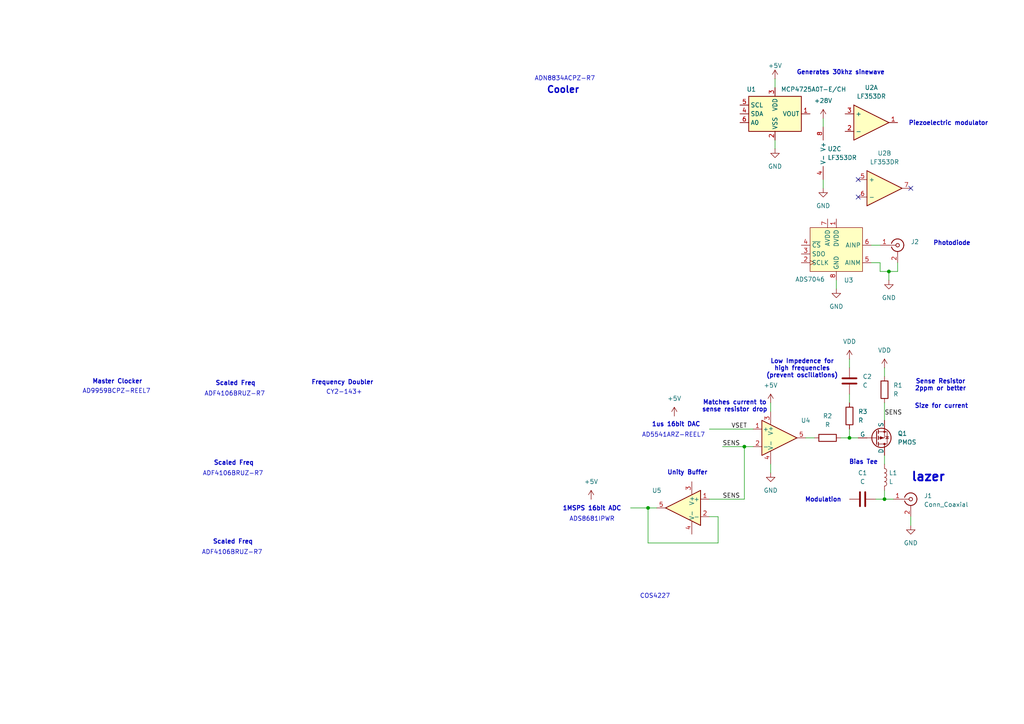
<source format=kicad_sch>
(kicad_sch (version 20231120) (generator "eeschema") (generator_version "8.0")
  (paper "A4")
  (lib_symbols
    (symbol "Analog_DAC:MCP4725xxx-xCH"
      (property "Reference" "U" (at -6.35 6.35 0))
      (property "Value" "MCP4725xxx-xCH" (at 8.89 6.35 0))
      (symbol "MCP4725xxx-xCH_0_1"
        (rectangle (start -7.62 5.08) (end 7.62 -5.08) (stroke (width 0.254)) (fill (type background)))
      )
      (symbol "MCP4725xxx-xCH_1_1"
        (pin output line (at 10.16 0 180) (length 2.54) (name "VOUT") (number "1"))
        (pin power_in line (at 0 -7.62 90) (length 2.54) (name "VSS") (number "2"))
        (pin power_in line (at 0 7.62 270) (length 2.54) (name "VDD") (number "3"))
        (pin bidirectional line (at -10.16 0 0) (length 2.54) (name "SDA") (number "4"))
        (pin input line (at -10.16 2.54 0) (length 2.54) (name "SCL") (number "5"))
        (pin input line (at -10.16 -2.54 0) (length 2.54) (name "A0") (number "6"))
      )
    )
    (symbol "Connector:Conn_Coaxial" (pin_names (offset 1.016) hide)
      (property "Reference" "J" (at 0.254 3.048 0))
      (property "Value" "Conn_Coaxial" (at 2.921 0 90))
      (symbol "Conn_Coaxial_0_1"
        (arc (start -1.778 -0.508) (mid 0.2311 -1.8066) (end 1.778 0) (stroke (width 0.254)))
        (polyline (pts (xy -2.54 0) (xy -0.508 0)))
        (polyline (pts (xy 0 -2.54) (xy 0 -1.778)))
        (circle (center 0 0) (radius 0.508) (stroke (width 0.2032)))
        (arc (start 1.778 0) (mid 0.2099 1.8101) (end -1.778 0.508) (stroke (width 0.254)))
      )
      (symbol "Conn_Coaxial_1_1"
        (pin passive line (at -5.08 0 0) (length 2.54) (name "In") (number "1"))
        (pin passive line (at 0 -5.08 90) (length 2.54) (name "Ext") (number "2"))
      )
    )
    (symbol "Device:C" (pin_numbers hide) (pin_names (offset 0.254))
      (property "Reference" "C" (at 0.635 2.54 0))
      (property "Value" "C" (at 0.635 -2.54 0))
      (symbol "C_0_1"
        (polyline (pts (xy -2.032 -0.762) (xy 2.032 -0.762)) (stroke (width 0.508)))
        (polyline (pts (xy -2.032 0.762) (xy 2.032 0.762)) (stroke (width 0.508)))
      )
      (symbol "C_1_1"
        (pin passive line (at 0 3.81 270) (length 2.794) (name "~") (number "1"))
        (pin passive line (at 0 -3.81 90) (length 2.794) (name "~") (number "2"))
      )
    )
    (symbol "Device:L" (pin_numbers hide) (pin_names (offset 1.016) hide)
      (property "Reference" "L" (at -1.27 0 90))
      (property "Value" "L" (at 1.905 0 90))
      (symbol "L_0_1"
        (arc (start 0 -2.54) (mid 0.6323 -1.905) (end 0 -1.27))
        (arc (start 0 -1.27) (mid 0.6323 -0.635) (end 0 0))
        (arc (start 0 0) (mid 0.6323 0.635) (end 0 1.27))
        (arc (start 0 1.27) (mid 0.6323 1.905) (end 0 2.54))
      )
      (symbol "L_1_1"
        (pin passive line (at 0 3.81 270) (length 1.27) (name "1") (number "1"))
        (pin passive line (at 0 -3.81 90) (length 1.27) (name "2") (number "2"))
      )
    )
    (symbol "Device:Opamp_Dual"
      (property "Reference" "U" (at 0 5.08 0))
      (property "Value" "Opamp_Dual" (at 0 -5.08 0))
      (symbol "Opamp_Dual_1_1"
        (polyline (pts (xy -5.08 5.08) (xy 5.08 0) (xy -5.08 -5.08) (xy -5.08 5.08)) (stroke (width 0.254)) (fill (type background)))
        (pin output line (at 7.62 0 180) (length 2.54) (name "~") (number "1"))
        (pin input line (at -7.62 -2.54 0) (length 2.54) (name "-") (number "2"))
        (pin input line (at -7.62 2.54 0) (length 2.54) (name "+") (number "3"))
      )
      (symbol "Opamp_Dual_2_1"
        (polyline (pts (xy -5.08 5.08) (xy 5.08 0) (xy -5.08 -5.08) (xy -5.08 5.08)) (stroke (width 0.254)) (fill (type background)))
        (pin input line (at -7.62 2.54 0) (length 2.54) (name "+") (number "5"))
        (pin input line (at -7.62 -2.54 0) (length 2.54) (name "-") (number "6"))
        (pin output line (at 7.62 0 180) (length 2.54) (name "~") (number "7"))
      )
      (symbol "Opamp_Dual_3_1"
        (pin power_in line (at -2.54 -7.62 90) (length 3.81) (name "V-") (number "4"))
        (pin power_in line (at -2.54 7.62 270) (length 3.81) (name "V+") (number "8"))
      )
    )
    (symbol "Device:R" (pin_numbers hide) (pin_names (offset 0))
      (property "Reference" "R" (at 2.032 0 90))
      (property "Value" "R" (at 0 0 90))
      (symbol "R_0_1"
        (rectangle (start -1.016 -2.54) (end 1.016 2.54) (stroke (width 0.254)))
      )
      (symbol "R_1_1"
        (pin passive line (at 0 3.81 270) (length 1.27) (name "~") (number "1"))
        (pin passive line (at 0 -3.81 90) (length 1.27) (name "~") (number "2"))
      )
    )
    (symbol "Simulation_SPICE:OPAMP" (pin_names (offset 0.254))
      (property "Reference" "U" (at 3.81 3.175 0))
      (property "Value" "${SIM.PARAMS}" (at 3.81 -3.175 0))
      (symbol "OPAMP_0_1"
        (polyline (pts (xy 5.08 0) (xy -5.08 5.08) (xy -5.08 -5.08) (xy 5.08 0)) (stroke (width 0.254)) (fill (type background)))
      )
      (symbol "OPAMP_1_1"
        (pin input line (at -7.62 2.54 0) (length 2.54) (name "+") (number "1"))
        (pin input line (at -7.62 -2.54 0) (length 2.54) (name "-") (number "2"))
        (pin power_in line (at -2.54 7.62 270) (length 3.81) (name "V+") (number "3"))
        (pin power_in line (at -2.54 -7.62 90) (length 3.81) (name "V-") (number "4"))
        (pin output line (at 7.62 0 180) (length 2.54) (name "~") (number "5"))
      )
    )
    (symbol "Simulation_SPICE:PMOS" (pin_numbers hide) (pin_names (offset 0))
      (property "Reference" "Q" (at 5.08 1.27 0))
      (property "Value" "PMOS" (at 5.08 -1.27 0))
      (symbol "PMOS_0_1"
        (polyline (pts (xy 0.254 0) (xy -2.54 0)))
        (polyline (pts (xy 0.254 1.905) (xy 0.254 -1.905)) (stroke (width 0.254)))
        (polyline (pts (xy 0.762 -1.27) (xy 0.762 -2.286)) (stroke (width 0.254)))
        (polyline (pts (xy 0.762 0.508) (xy 0.762 -0.508)) (stroke (width 0.254)))
        (polyline (pts (xy 0.762 2.286) (xy 0.762 1.27)) (stroke (width 0.254)))
        (polyline (pts (xy 2.54 2.54) (xy 2.54 1.778)))
        (polyline (pts (xy 2.54 -2.54) (xy 2.54 0) (xy 0.762 0)))
        (polyline (pts (xy 0.762 1.778) (xy 3.302 1.778) (xy 3.302 -1.778) (xy 0.762 -1.778)))
        (polyline (pts (xy 2.286 0) (xy 1.27 0.381) (xy 1.27 -0.381) (xy 2.286 0)) (fill (type outline)))
        (polyline (pts (xy 2.794 -0.508) (xy 2.921 -0.381) (xy 3.683 -0.381) (xy 3.81 -0.254)))
        (polyline (pts (xy 3.302 -0.381) (xy 2.921 0.254) (xy 3.683 0.254) (xy 3.302 -0.381)))
        (circle (center 1.651 0) (radius 2.794) (stroke (width 0.254)))
        (circle (center 2.54 -1.778) (radius 0.254) (fill (type outline)))
        (circle (center 2.54 1.778) (radius 0.254) (fill (type outline)))
      )
      (symbol "PMOS_1_1"
        (pin passive line (at 2.54 5.08 270) (length 2.54) (name "D") (number "1"))
        (pin input line (at -5.08 0 0) (length 2.54) (name "G") (number "2"))
        (pin passive line (at 2.54 -5.08 90) (length 2.54) (name "S") (number "3"))
      )
    )
    (symbol "User_Symbols:ADS7046"
      (property "Reference" "U" (at 1.27 1.27 0))
      (property "Value" "ADS7046" (at 13.97 1.27 0))
      (symbol "ADS7046_1_1"
        (rectangle (start 0 0) (end 15.24 -12.7) (fill (type background)))
        (pin power_in line (at 7.62 2.54 270) (length 2.54) (name "DVDD") (number "1"))
        (pin input clock (at -2.54 -10.16 0) (length 2.54) (name "SCLK") (number "2"))
        (pin output line (at -2.54 -7.62 0) (length 2.54) (name "SDO") (number "3"))
        (pin input line (at -2.54 -5.08 0) (length 2.54) (name "~{CS}") (number "4"))
        (pin input line (at 17.78 -10.16 180) (length 2.54) (name "AINM") (number "5"))
        (pin input line (at 17.78 -5.08 180) (length 2.54) (name "AINP") (number "6"))
        (pin power_in line (at 5.08 2.54 270) (length 2.54) (name "AVDD") (number "7"))
        (pin power_in line (at 7.62 -15.24 90) (length 2.54) (name "GND") (number "8"))
      )
    )
    (symbol "power:+28V" (power) (pin_numbers hide) (pin_names (offset 0) hide)
      (property "Value" "+28V" (at 0 3.556 0))
      (symbol "+28V_0_1"
        (polyline (pts (xy -0.762 1.27) (xy 0 2.54)))
        (polyline (pts (xy 0 0) (xy 0 2.54)))
        (polyline (pts (xy 0 2.54) (xy 0.762 1.27)))
      )
      (symbol "+28V_1_1"
        (pin power_in line (at 0 0 90) (length 0) (name "~") (number "1"))
      )
    )
    (symbol "power:+5V" (power) (pin_numbers hide) (pin_names (offset 0) hide)
      (property "Value" "+5V" (at 0 3.556 0))
      (symbol "+5V_0_1"
        (polyline (pts (xy -0.762 1.27) (xy 0 2.54)))
        (polyline (pts (xy 0 0) (xy 0 2.54)))
        (polyline (pts (xy 0 2.54) (xy 0.762 1.27)))
      )
      (symbol "+5V_1_1"
        (pin power_in line (at 0 0 90) (length 0) (name "~") (number "1"))
      )
    )
    (symbol "power:GND" (power) (pin_numbers hide) (pin_names (offset 0) hide)
      (property "Value" "GND" (at 0 -3.81 0))
      (symbol "GND_0_1"
        (polyline (pts (xy 0 0) (xy 0 -1.27) (xy 1.27 -1.27) (xy 0 -2.54) (xy -1.27 -1.27) (xy 0 -1.27)))
      )
      (symbol "GND_1_1"
        (pin power_in line (at 0 0 270) (length 0) (name "~") (number "1"))
      )
    )
    (symbol "power:VDD" (power) (pin_numbers hide) (pin_names (offset 0) hide)
      (property "Value" "VDD" (at 0 3.556 0))
      (symbol "VDD_0_1"
        (polyline (pts (xy -0.762 1.27) (xy 0 2.54)))
        (polyline (pts (xy 0 0) (xy 0 2.54)))
        (polyline (pts (xy 0 2.54) (xy 0.762 1.27)))
      )
      (symbol "VDD_1_1"
        (pin power_in line (at 0 0 90) (length 0) (name "~") (number "1"))
      )
    )
  )
  (junction (at 215.9 129.54))
  (junction (at 246.38 127))
  (junction (at 256.54 144.78))
  (junction (at 257.81 78.74))
  (junction (at 187.96 147.32))
  (no_connect (at 264.16 54.61))
  (no_connect (at 248.92 52.07))
  (no_connect (at 248.92 57.15))
  (wire (pts (xy 224.79 40.64) (xy 224.79 43.18)))
  (wire (pts (xy 205.74 149.86) (xy 208.28 149.86)))
  (wire (pts (xy 182.88 147.32) (xy 187.96 147.32)))
  (wire (pts (xy 256.54 144.78) (xy 259.08 144.78)))
  (wire (pts (xy 208.28 149.86) (xy 208.28 157.48)))
  (wire (pts (xy 246.38 114.3) (xy 246.38 116.84)))
  (wire (pts (xy 187.96 157.48) (xy 187.96 147.32)))
  (wire (pts (xy 242.57 81.28) (xy 242.57 83.82)))
  (wire (pts (xy 215.9 129.54) (xy 215.9 144.78)))
  (wire (pts (xy 256.54 116.84) (xy 256.54 121.92)))
  (wire (pts (xy 256.54 142.24) (xy 256.54 144.78)))
  (wire (pts (xy 238.76 52.07) (xy 238.76 54.61)))
  (wire (pts (xy 252.73 71.12) (xy 255.27 71.12)))
  (wire (pts (xy 256.54 132.08) (xy 256.54 134.62)))
  (wire (pts (xy 223.52 134.62) (xy 223.52 137.16)))
  (wire (pts (xy 260.35 78.74) (xy 260.35 76.2)))
  (wire (pts (xy 238.76 34.29) (xy 238.76 36.83)))
  (wire (pts (xy 255.27 76.2) (xy 255.27 78.74)))
  (wire (pts (xy 209.55 129.54) (xy 215.9 129.54)))
  (wire (pts (xy 257.81 78.74) (xy 260.35 78.74)))
  (wire (pts (xy 255.27 78.74) (xy 257.81 78.74)))
  (wire (pts (xy 252.73 76.2) (xy 255.27 76.2)))
  (wire (pts (xy 233.68 127) (xy 236.22 127)))
  (wire (pts (xy 257.81 78.74) (xy 257.81 81.28)))
  (wire (pts (xy 243.84 127) (xy 246.38 127)))
  (wire (pts (xy 187.96 147.32) (xy 190.5 147.32)))
  (wire (pts (xy 246.38 104.14) (xy 246.38 106.68)))
  (wire (pts (xy 256.54 106.68) (xy 256.54 109.22)))
  (wire (pts (xy 208.28 157.48) (xy 187.96 157.48)))
  (wire (pts (xy 246.38 124.46) (xy 246.38 127)))
  (wire (pts (xy 264.16 149.86) (xy 264.16 152.4)))
  (wire (pts (xy 246.38 127) (xy 248.92 127)))
  (wire (pts (xy 223.52 116.84) (xy 223.52 119.38)))
  (wire (pts (xy 224.79 22.86) (xy 224.79 25.4)))
  (wire (pts (xy 205.74 144.78) (xy 215.9 144.78)))
  (wire (pts (xy 205.74 124.46) (xy 218.44 124.46)))
  (wire (pts (xy 254 144.78) (xy 256.54 144.78)))
  (wire (pts (xy 215.9 129.54) (xy 218.44 129.54)))
  (text "AD9959BCPZ-REEL7" (at 33.782 113.538 0) (effects (font (size 1.27 1.27))))
  (text "Low Impedence for\nhigh frequencies\n(prevent oscillations)" (at 232.664 106.934 0) (effects (font (size 1.27 1.27) (bold yes))))
  (text "ADS8681IPWR" (at 171.704 150.622 0) (effects (font (size 1.27 1.27))))
  (text "Piezoelectric modulator" (at 275.082 35.814 0) (effects (font (size 1.27 1.27) (bold yes))))
  (text "Matches current to\nsense resistor drop" (at 213.106 117.856 0) (effects (font (size 1.27 1.27) (bold yes))))
  (text "Generates 30khz sinewave" (at 243.84 21.082 0) (effects (font (size 1.27 1.27) (bold yes))))
  (text "lazer" (at 269.24 138.43 0) (effects (font (size 2.54 2.54) (thickness 0.508) (bold yes))))
  (text "Unity Buffer" (at 199.39 137.16 0) (effects (font (size 1.27 1.27) (bold yes))))
  (text "Frequency Doubler" (at 99.314 110.998 0) (effects (font (size 1.27 1.27) (bold yes))))
  (text "CY2-143+" (at 99.822 113.792 0) (effects (font (size 1.27 1.27))))
  (text "Size for current" (at 273.05 117.856 0) (effects (font (size 1.27 1.27) (bold yes))))
  (text "ADN8834ACPZ-R7" (at 163.83 22.86 0) (effects (font (size 1.27 1.27))))
  (text "Photodiode" (at 276.098 70.612 0) (effects (font (size 1.27 1.27) (bold yes))))
  (text "ADF4106BRUZ-R7" (at 67.564 137.414 0) (effects (font (size 1.27 1.27))))
  (text "COS4227" (at 189.992 172.974 0) (effects (font (size 1.27 1.27))))
  (text "Scaled Freq" (at 67.818 134.366 0) (effects (font (size 1.27 1.27) (bold yes))))
  (text "Master Clocker" (at 34.036 110.744 0) (effects (font (size 1.27 1.27) (bold yes))))
  (text "Modulation" (at 238.76 145.034 0) (effects (font (size 1.27 1.27) (bold yes))))
  (text "ADF4106BRUZ-R7" (at 68.072 114.3 0) (effects (font (size 1.27 1.27))))
  (text "Scaled Freq" (at 67.564 157.226 0) (effects (font (size 1.27 1.27) (bold yes))))
  (text "Cooler" (at 163.322 26.162 0) (effects (font (size 1.905 1.905) (thickness 0.381) (bold yes))))
  (text "1MSPS 16bit ADC" (at 171.704 147.574 0) (effects (font (size 1.27 1.27) (bold yes))))
  (text "AD5541ARZ-REEL7" (at 195.326 126.238 0) (effects (font (size 1.27 1.27))))
  (text "ADF4106BRUZ-R7" (at 67.31 160.274 0) (effects (font (size 1.27 1.27))))
  (text "Scaled Freq" (at 68.326 111.252 0) (effects (font (size 1.27 1.27) (bold yes))))
  (text "1us 16bit DAC" (at 196.088 123.19 0) (effects (font (size 1.27 1.27) (bold yes))))
  (text "Bias Tee" (at 250.444 134.112 0) (effects (font (size 1.27 1.27) (bold yes))))
  (text "Sense Resistor\n2ppm or better" (at 272.796 111.76 0) (effects (font (size 1.27 1.27) (bold yes))))
  (label "VSET" (at 212.09 124.46 0))
  (label "SENS" (at 256.54 120.65 0))
  (label "SENS" (at 209.55 129.54 0))
  (label "SENS" (at 209.55 144.78 0))
  (symbol (lib_id "Connector:Conn_Coaxial") (at 264.16 144.78 0) (unit 1)
    (property "Reference" "J1" (at 267.97 143.8031 0) (effects (justify left)))
    (property "Value" "Conn_Coaxial" (at 267.97 146.3431 0) (effects (justify left)))
    (property "Description" "coaxial connector (BNC, SMA, SMB, SMC, Cinch/RCA, LEMO, ...)" (effects (hide yes)))
  )
  (symbol (lib_id "User_Symbols:ADS7046") (at 234.95 66.04 0) (unit 1)
    (property "Reference" "U3" (at 244.7641 81.28 0) (effects (justify left)))
    (property "Value" "ADS7046" (at 230.632 81.026 0) (effects (justify left)))
    (property "Footprint" "User_Footprints:ADS7046" (effects (hide yes)))
    (property "Datasheet" "https://wmsc.lcsc.com/wmsc/upload/file/pdf/v2/lcsc/2302221830_Texas-Instruments-ADS7046IRUGR_C543003.pdf" (effects (hide yes)))
    (property "Description" "3MSPS 12Bit ADC" (effects (hide yes)))
  )
  (symbol (lib_id "power:GND") (at 257.81 81.28 0) (unit 1)
    (property "Reference" "#PWR09" (effects (hide yes)))
    (property "Value" "GND" (at 257.81 86.36 0))
    (property "Description" "Power symbol creates a global label with name \"GND\" , ground" (effects (hide yes)))
  )
  (symbol (lib_id "Simulation_SPICE:PMOS") (at 254 127 0) (mirror x) (unit 1)
    (property "Reference" "Q1" (at 260.35 125.7299 0) (effects (justify left)))
    (property "Value" "PMOS" (at 260.35 128.2699 0) (effects (justify left)))
    (property "Datasheet" "https://ngspice.sourceforge.io/docs/ngspice-html-manual/manual.xhtml#cha_MOSFETs" (effects (hide yes)))
    (property "Description" "P-MOSFET transistor, drain/source/gate" (effects (hide yes)))
    (property "Sim.Device" "PMOS" (effects (hide yes)))
    (property "Sim.Type" "VDMOS" (effects (hide yes)))
    (property "Sim.Pins" "1=D 2=G 3=S" (effects (hide yes)))
  )
  (symbol (lib_id "Device:R") (at 246.38 120.65 180) (unit 1)
    (property "Reference" "R3" (at 248.92 119.3799 0) (effects (justify right)))
    (property "Value" "R" (at 248.92 121.9199 0) (effects (justify right)))
    (property "Description" "Resistor" (effects (hide yes)))
  )
  (symbol (lib_id "Device:C") (at 246.38 110.49 180) (unit 1)
    (property "Reference" "C2" (at 250.19 109.2199 0) (effects (justify right)))
    (property "Value" "C" (at 250.19 111.7599 0) (effects (justify right)))
    (property "Description" "Unpolarized capacitor" (effects (hide yes)))
  )
  (symbol (lib_id "Device:Opamp_Dual") (at 241.3 44.45 0) (unit 3)
    (property "Reference" "U2" (at 240.03 43.1799 0) (effects (justify left)))
    (property "Value" "LF353DR" (at 240.03 45.7199 0) (effects (justify left)))
    (property "Footprint" "Package_SO:SOIC-8_3.9x4.9mm_P1.27mm" (effects (hide yes)))
    (property "Description" "Dual operational amplifier" (effects (hide yes)))
    (property "LCSC" "C7918" (effects (hide yes)))
  )
  (symbol (lib_id "power:+5V") (at 223.52 116.84 0) (unit 1)
    (property "Reference" "#PWR013" (effects (hide yes)))
    (property "Value" "+5V" (at 223.52 111.76 0))
    (property "Description" "Power symbol creates a global label with name \"+5V\"" (effects (hide yes)))
  )
  (symbol (lib_id "Connector:Conn_Coaxial") (at 260.35 71.12 0) (unit 1)
    (property "Reference" "J2" (at 264.16 70.1431 0) (effects (justify left)))
    (property "Value" "Conn_Coaxial" (effects (hide yes)))
    (property "Description" "coaxial connector (BNC, SMA, SMB, SMC, Cinch/RCA, LEMO, ...)" (effects (hide yes)))
  )
  (symbol (lib_id "power:+28V") (at 238.76 34.29 0) (unit 1)
    (property "Reference" "#PWR03" (effects (hide yes)))
    (property "Value" "+28V" (at 238.76 29.21 0))
    (property "Description" "Power symbol creates a global label with name \"+28V\"" (effects (hide yes)))
  )
  (symbol (lib_id "power:VDD") (at 256.54 106.68 0) (unit 1)
    (property "Reference" "#PWR07" (effects (hide yes)))
    (property "Value" "VDD" (at 256.54 101.6 0))
    (property "Description" "Power symbol creates a global label with name \"VDD\"" (effects (hide yes)))
  )
  (symbol (lib_id "power:+5V") (at 224.79 22.86 0) (unit 1)
    (property "Reference" "#PWR02" (effects (hide yes)))
    (property "Value" "+5V" (at 224.79 19.05 0))
    (property "Description" "Power symbol creates a global label with name \"+5V\"" (effects (hide yes)))
  )
  (symbol (lib_id "Device:Opamp_Dual") (at 252.73 35.56 0) (unit 1)
    (property "Reference" "U2" (at 252.73 25.4 0))
    (property "Value" "LF353DR" (at 252.73 27.94 0))
    (property "Footprint" "Package_SO:SOIC-8_3.9x4.9mm_P1.27mm" (effects (hide yes)))
    (property "Description" "Dual operational amplifier" (effects (hide yes)))
    (property "LCSC" "C7918" (effects (hide yes)))
  )
  (symbol (lib_id "Simulation_SPICE:OPAMP") (at 198.12 147.32 0) (mirror y) (unit 1)
    (property "Reference" "U5" (at 190.5 142.2714 0))
    (property "Value" "${SIM.PARAMS}" (at 190.5 144.1765 0))
    (property "Datasheet" "https://ngspice.sourceforge.io/docs/ngspice-html-manual/manual.xhtml#sec__SUBCKT_Subcircuits" (effects (hide yes)))
    (property "Description" "Operational amplifier, single, node sequence=1:+ 2:- 3:OUT 4:V+ 5:V-" (effects (hide yes)))
    (property "Sim.Pins" "1=in+ 2=in- 3=vcc 4=vee 5=out" (effects (hide yes)))
    (property "Sim.Device" "SUBCKT" (effects (hide yes)))
    (property "Sim.Library" "${KICAD7_SYMBOL_DIR}/Simulation_SPICE.sp" (effects (hide yes)))
    (property "Sim.Name" "kicad_builtin_opamp" (effects (hide yes)))
  )
  (symbol (lib_id "power:GND") (at 224.79 43.18 0) (unit 1)
    (property "Reference" "#PWR01" (effects (hide yes)))
    (property "Value" "GND" (at 224.79 48.26 0))
    (property "Description" "Power symbol creates a global label with name \"GND\" , ground" (effects (hide yes)))
  )
  (symbol (lib_id "Analog_DAC:MCP4725xxx-xCH") (at 224.79 33.02 0) (unit 1)
    (property "Reference" "U1" (at 217.932 25.908 0))
    (property "Value" "MCP4725A0T-E/CH" (at 235.966 25.908 0))
    (property "Footprint" "Package_TO_SOT_SMD:SOT-23-6" (effects (hide yes)))
    (property "Datasheet" "http://ww1.microchip.com/downloads/en/DeviceDoc/22039d.pdf" (effects (hide yes)))
    (property "Description" "12-bit Digital-to-Analog Converter, integrated EEPROM, I2C interface, SOT-23-6" (effects (hide yes)))
    (property "Field5" "MCP4725A0T-E/CH" (effects (hide yes)))
    (property "LCSC" "C144198" (effects (hide yes)))
  )
  (symbol (lib_id "Device:R") (at 240.03 127 90) (unit 1)
    (property "Reference" "R2" (at 240.03 120.65 90))
    (property "Value" "R" (at 240.03 123.19 90))
    (property "Description" "Resistor" (effects (hide yes)))
  )
  (symbol (lib_id "power:GND") (at 223.52 137.16 0) (unit 1)
    (property "Reference" "#PWR012" (effects (hide yes)))
    (property "Value" "GND" (at 223.52 142.24 0))
    (property "Description" "Power symbol creates a global label with name \"GND\" , ground" (effects (hide yes)))
  )
  (symbol (lib_id "power:GND") (at 264.16 152.4 0) (unit 1)
    (property "Reference" "#PWR06" (effects (hide yes)))
    (property "Value" "GND" (at 264.16 157.48 0))
    (property "Description" "Power symbol creates a global label with name \"GND\" , ground" (effects (hide yes)))
  )
  (symbol (lib_id "Device:C") (at 250.19 144.78 90) (unit 1)
    (property "Reference" "C1" (at 250.19 137.16 90))
    (property "Value" "C" (at 250.19 139.7 90))
    (property "Description" "Unpolarized capacitor" (effects (hide yes)))
  )
  (symbol (lib_id "power:GND") (at 238.76 54.61 0) (unit 1)
    (property "Reference" "#PWR04" (effects (hide yes)))
    (property "Value" "GND" (at 238.76 59.69 0))
    (property "Description" "Power symbol creates a global label with name \"GND\" , ground" (effects (hide yes)))
  )
  (symbol (lib_id "Simulation_SPICE:OPAMP") (at 226.06 127 0) (unit 1)
    (property "Reference" "U4" (at 233.68 121.9514 0))
    (property "Value" "${SIM.PARAMS}" (at 233.68 123.8565 0))
    (property "Datasheet" "https://ngspice.sourceforge.io/docs/ngspice-html-manual/manual.xhtml#sec__SUBCKT_Subcircuits" (effects (hide yes)))
    (property "Description" "Operational amplifier, single, node sequence=1:+ 2:- 3:OUT 4:V+ 5:V-" (effects (hide yes)))
    (property "Sim.Pins" "1=in+ 2=in- 3=vcc 4=vee 5=out" (effects (hide yes)))
    (property "Sim.Device" "SUBCKT" (effects (hide yes)))
    (property "Sim.Library" "${KICAD7_SYMBOL_DIR}/Simulation_SPICE.sp" (effects (hide yes)))
    (property "Sim.Name" "kicad_builtin_opamp" (effects (hide yes)))
  )
  (symbol (lib_id "Device:R") (at 256.54 113.03 0) (unit 1)
    (property "Reference" "R1" (at 259.08 111.7599 0) (effects (justify left)))
    (property "Value" "R" (at 259.08 114.2999 0) (effects (justify left)))
    (property "Description" "Resistor" (effects (hide yes)))
  )
  (symbol (lib_id "Device:L") (at 256.54 138.43 0) (unit 1)
    (property "Reference" "L1" (at 257.81 137.1599 0) (effects (justify left)))
    (property "Value" "L" (at 257.81 139.6999 0) (effects (justify left)))
    (property "Description" "Inductor" (effects (hide yes)))
  )
  (symbol (lib_id "power:GND") (at 242.57 83.82 0) (unit 1)
    (property "Reference" "#PWR05" (effects (hide yes)))
    (property "Value" "GND" (at 242.57 88.9 0))
    (property "Description" "Power symbol creates a global label with name \"GND\" , ground" (effects (hide yes)))
  )
  (symbol (lib_id "power:+5V") (at 171.45 144.78 0) (unit 1)
    (property "Reference" "#PWR010" (effects (hide yes)))
    (property "Value" "+5V" (at 171.45 139.7 0))
    (property "Description" "Power symbol creates a global label with name \"+5V\"" (effects (hide yes)))
  )
  (symbol (lib_id "Device:Opamp_Dual") (at 256.54 54.61 0) (unit 2)
    (property "Reference" "U2" (at 256.54 44.45 0))
    (property "Value" "LF353DR" (at 256.54 46.99 0))
    (property "Footprint" "Package_SO:SOIC-8_3.9x4.9mm_P1.27mm" (effects (hide yes)))
    (property "Description" "Dual operational amplifier" (effects (hide yes)))
    (property "LCSC" "C7918" (effects (hide yes)))
  )
  (symbol (lib_id "power:VDD") (at 246.38 104.14 0) (unit 1)
    (property "Reference" "#PWR08" (effects (hide yes)))
    (property "Value" "VDD" (at 246.38 99.06 0))
    (property "Description" "Power symbol creates a global label with name \"VDD\"" (effects (hide yes)))
  )
  (symbol (lib_id "power:+5V") (at 195.58 120.65 0) (unit 1)
    (property "Reference" "#PWR011" (effects (hide yes)))
    (property "Value" "+5V" (at 195.58 115.57 0))
    (property "Description" "Power symbol creates a global label with name \"+5V\"" (effects (hide yes)))
  )
)
</source>
